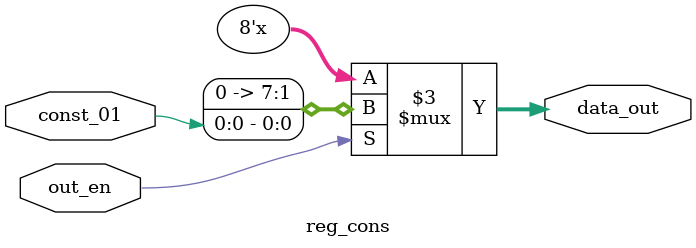
<source format=v>
module reg_cons (
    input wire out_en,
    input wire const_01,
    output reg [7:0] data_out
);

    always @(*) begin
        if (out_en) begin
            data_out = {7'b0000000, const_01};
        end else begin
            data_out = 8'bz;
        end
    end

endmodule


</source>
